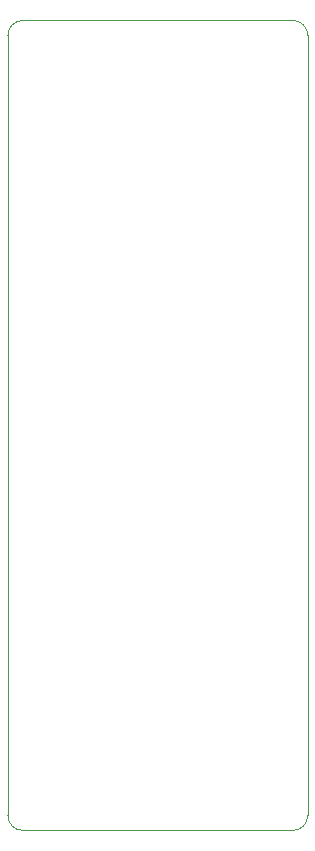
<source format=gbr>
%TF.GenerationSoftware,KiCad,Pcbnew,9.0.7-9.0.7~ubuntu25.10.1*%
%TF.CreationDate,2026-03-01T16:55:49+09:00*%
%TF.ProjectId,bionic-cp1610,62696f6e-6963-42d6-9370-313631302e6b,1*%
%TF.SameCoordinates,Original*%
%TF.FileFunction,Profile,NP*%
%FSLAX46Y46*%
G04 Gerber Fmt 4.6, Leading zero omitted, Abs format (unit mm)*
G04 Created by KiCad (PCBNEW 9.0.7-9.0.7~ubuntu25.10.1) date 2026-03-01 16:55:49*
%MOMM*%
%LPD*%
G01*
G04 APERTURE LIST*
%TA.AperFunction,Profile*%
%ADD10C,0.050000*%
%TD*%
G04 APERTURE END LIST*
D10*
X85902800Y-41973600D02*
G75*
G02*
X87172800Y-40703600I1270000J0D01*
G01*
X110032800Y-40703600D02*
G75*
G02*
X111302800Y-41973600I0J-1270000D01*
G01*
X87172800Y-109283600D02*
G75*
G02*
X85902800Y-108013600I0J1270000D01*
G01*
X111302800Y-41973600D02*
X111302800Y-108013600D01*
X87172800Y-40703600D02*
X110032800Y-40703600D01*
X110032800Y-109283600D02*
X87172800Y-109283600D01*
X85902800Y-108013600D02*
X85902800Y-41973600D01*
X111302800Y-108013600D02*
G75*
G02*
X110032800Y-109283600I-1270000J0D01*
G01*
M02*

</source>
